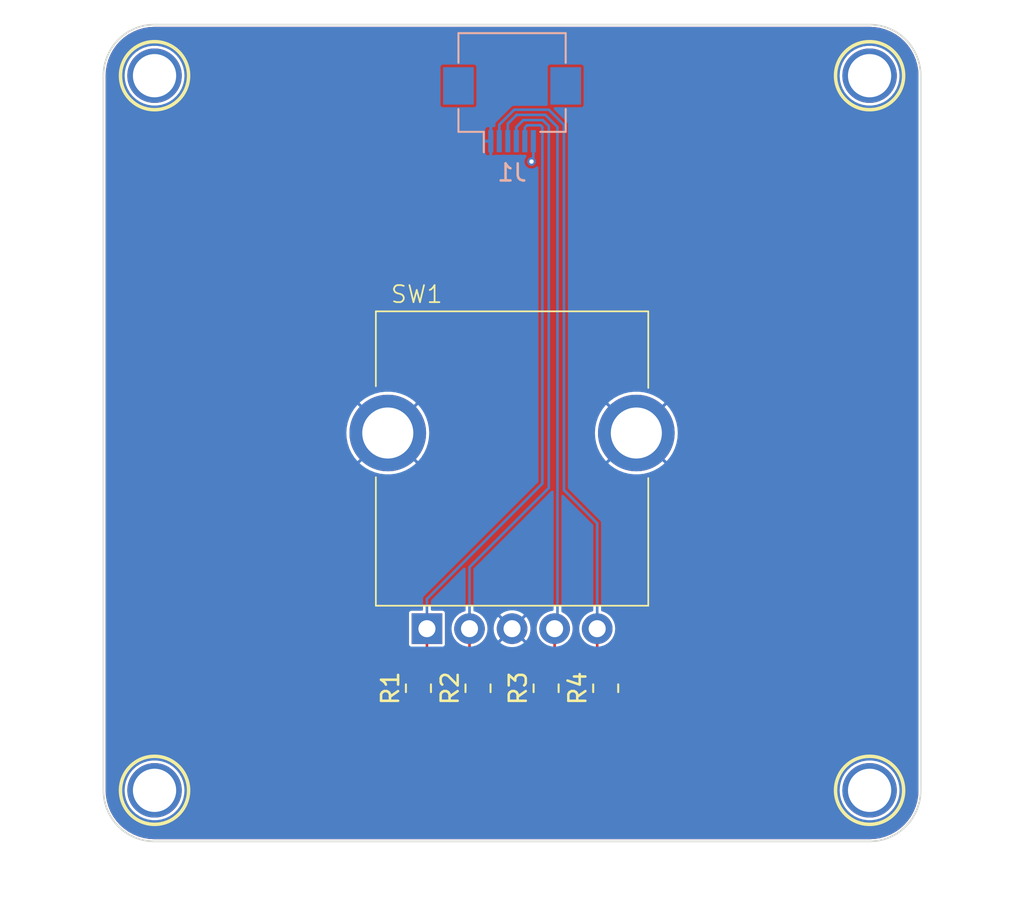
<source format=kicad_pcb>
(kicad_pcb (version 20221018) (generator pcbnew)
  (layers (0 "F.Cu" signal) (31 "B.Cu" signal) (34 "B.Paste" user) (35 "F.Paste" user) (36 "B.SilkS" user "B.Silkscreen") (37 "F.SilkS" user "F.Silkscreen") (38 "B.Mask" user) (39 "F.Mask" user) (44 "Edge.Cuts" user))
  (net 0 "")
  (net 1 "GND")
  (net 2 "+3.3V")
  (net 3 "/ENC_0")
  (net 4 "/ENC_1")
  (net 5 "/ENC_2")
  (net 6 "/ENC_3")
  (footprint "MPP_MountingHole:MountingHole_M2.5" (layer "F.Cu") (at 162 114.1)
    (fp_text reference "H4" hide)
    (fp_text value "MountingHole_Pad_M2.5")
    (fp_circle (center 0 0) (end 2 0) (stroke (width 0.2032)) (fill none) (layer "F.SilkS"))
    (pad "MP" thru_hole circle (at 0 0) (size 3.2 3.2) (drill 2.54) (layers "*.Cu" "*.Mask"))
  )
  (footprint "MPP_Rotary_Encoder:EN16AB-HB" (layer "F.Cu") (at 141 93.1)
    (fp_text reference "SW1" (at -5.6 -8.15 unlocked) (layer "F.SilkS") (effects (font (thickness 0.1))))
    (fp_text value "EN16AB-HB")
    (fp_line (start -8 -7.15) (end 7.85 -7.15) (stroke (width 0.1)) (layer "F.SilkS"))
    (fp_line (start -8 -2.75) (end -8 -7.15) (stroke (width 0.1)) (layer "F.SilkS"))
    (fp_line (start -8 10.15) (end -8 2.6) (stroke (width 0.1)) (layer "F.SilkS"))
    (fp_line (start -7.85 10.15) (end -8 10.15) (stroke (width 0.1)) (layer "F.SilkS"))
    (fp_line (start 7.85 -7.15) (end 8 -7.15) (stroke (width 0.1)) (layer "F.SilkS"))
    (fp_line (start 8 -7.15) (end 8 -2.65) (stroke (width 0.1)) (layer "F.SilkS"))
    (fp_line (start 8 2.65) (end 8 10.15) (stroke (width 0.1)) (layer "F.SilkS"))
    (fp_line (start 8 10.15) (end -7.85 10.15) (stroke (width 0.1)) (layer "F.SilkS"))
    (pad "1" thru_hole rect (at -5 11.5) (size 1.8 1.8) (drill 1) (layers "*.Cu" "*.Mask") (net 3 "/ENC_0"))
    (pad "2" thru_hole circle (at -2.5 11.5) (size 1.8 1.8) (drill 1) (layers "*.Cu" "*.Mask") (net 4 "/ENC_1"))
    (pad "3" thru_hole circle (at 0 11.5) (size 1.8 1.8) (drill 1) (layers "*.Cu" "*.Mask") (net 1 "GND"))
    (pad "4" thru_hole circle (at 2.5 11.5) (size 1.8 1.8) (drill 1) (layers "*.Cu" "*.Mask") (net 5 "/ENC_2"))
    (pad "5" thru_hole circle (at 5 11.5) (size 1.8 1.8) (drill 1) (layers "*.Cu" "*.Mask") (net 6 "/ENC_3"))
    (pad "MP" thru_hole circle (at -7.3 0) (size 4.5 4.5) (drill 3) (layers "*.Cu" "*.Mask") (net 1 "GND"))
    (pad "MP" thru_hole circle (at 7.3 0) (size 4.5 4.5) (drill 3) (layers "*.Cu" "*.Mask") (net 1 "GND"))
  )
  (footprint "Resistor_SMD:R_0805_2012Metric_Pad1.20x1.40mm_HandSolder" (layer "F.Cu") (at 139 108.1 90)
    (fp_text reference "R2" (at 0 -1.65 90) (layer "F.SilkS"))
    (fp_text value "10k")
    (fp_line (start -0.227064 -0.735) (end 0.227064 -0.735) (stroke (width 0.12)) (layer "F.SilkS"))
    (fp_line (start -0.227064 0.735) (end 0.227064 0.735) (stroke (width 0.12)) (layer "F.SilkS"))
    (pad "1" smd roundrect (at -1 0 90) (size 1.2 1.4) (layers "F.Cu" "F.Paste" "F.Mask") (roundrect_rratio 0.2083333333) (net 2 "+3.3V"))
    (pad "2" smd roundrect (at 1 0 90) (size 1.2 1.4) (layers "F.Cu" "F.Paste" "F.Mask") (roundrect_rratio 0.2083333333) (net 4 "/ENC_1"))
  )
  (footprint "Resistor_SMD:R_0805_2012Metric_Pad1.20x1.40mm_HandSolder" (layer "F.Cu") (at 146.5 108.1 90)
    (fp_text reference "R4" (at 0 -1.65 90) (layer "F.SilkS"))
    (fp_text value "10k")
    (fp_line (start -0.227064 -0.735) (end 0.227064 -0.735) (stroke (width 0.12)) (layer "F.SilkS"))
    (fp_line (start -0.227064 0.735) (end 0.227064 0.735) (stroke (width 0.12)) (layer "F.SilkS"))
    (pad "1" smd roundrect (at -1 0 90) (size 1.2 1.4) (layers "F.Cu" "F.Paste" "F.Mask") (roundrect_rratio 0.2083333333) (net 2 "+3.3V"))
    (pad "2" smd roundrect (at 1 0 90) (size 1.2 1.4) (layers "F.Cu" "F.Paste" "F.Mask") (roundrect_rratio 0.2083333333) (net 6 "/ENC_3"))
  )
  (footprint "Resistor_SMD:R_0805_2012Metric_Pad1.20x1.40mm_HandSolder" (layer "F.Cu") (at 135.5 108.1 90)
    (fp_text reference "R1" (at 0 -1.65 90) (layer "F.SilkS"))
    (fp_text value "10k")
    (fp_line (start -0.227064 -0.735) (end 0.227064 -0.735) (stroke (width 0.12)) (layer "F.SilkS"))
    (fp_line (start -0.227064 0.735) (end 0.227064 0.735) (stroke (width 0.12)) (layer "F.SilkS"))
    (pad "1" smd roundrect (at -1 0 90) (size 1.2 1.4) (layers "F.Cu" "F.Paste" "F.Mask") (roundrect_rratio 0.2083333333) (net 2 "+3.3V"))
    (pad "2" smd roundrect (at 1 0 90) (size 1.2 1.4) (layers "F.Cu" "F.Paste" "F.Mask") (roundrect_rratio 0.2083333333) (net 3 "/ENC_0"))
  )
  (footprint "MPP_MountingHole:MountingHole_M2.5" (layer "F.Cu") (at 162 72.1)
    (fp_text reference "H2" hide)
    (fp_text value "MountingHole_Pad_M2.5")
    (fp_circle (center 0 0) (end 2 0) (stroke (width 0.2032)) (fill none) (layer "F.SilkS"))
    (pad "MP" thru_hole circle (at 0 0) (size 3.2 3.2) (drill 2.54) (layers "*.Cu" "*.Mask"))
  )
  (footprint "Resistor_SMD:R_0805_2012Metric_Pad1.20x1.40mm_HandSolder" (layer "F.Cu") (at 143 108.1 90)
    (fp_text reference "R3" (at 0 -1.65 90) (layer "F.SilkS"))
    (fp_text value "10k")
    (fp_line (start -0.227064 -0.735) (end 0.227064 -0.735) (stroke (width 0.12)) (layer "F.SilkS"))
    (fp_line (start -0.227064 0.735) (end 0.227064 0.735) (stroke (width 0.12)) (layer "F.SilkS"))
    (pad "1" smd roundrect (at -1 0 90) (size 1.2 1.4) (layers "F.Cu" "F.Paste" "F.Mask") (roundrect_rratio 0.2083333333) (net 2 "+3.3V"))
    (pad "2" smd roundrect (at 1 0 90) (size 1.2 1.4) (layers "F.Cu" "F.Paste" "F.Mask") (roundrect_rratio 0.2083333333) (net 5 "/ENC_2"))
  )
  (footprint "MPP_MountingHole:MountingHole_M2.5" (layer "F.Cu") (at 120 114.1)
    (fp_text reference "H3" hide)
    (fp_text value "MountingHole_Pad_M2.5")
    (fp_circle (center 0 0) (end 2 0) (stroke (width 0.2032)) (fill none) (layer "F.SilkS"))
    (pad "MP" thru_hole circle (at 0 0) (size 3.2 3.2) (drill 2.54) (layers "*.Cu" "*.Mask"))
  )
  (footprint "MPP_MountingHole:MountingHole_M2.5" (layer "F.Cu") (at 120 72.1)
    (fp_text reference "H1" hide)
    (fp_text value "MountingHole_Pad_M2.5")
    (fp_circle (center 0 0) (end 2 0) (stroke (width 0.2032)) (fill none) (layer "F.SilkS"))
    (pad "MP" thru_hole circle (at 0 0) (size 3.2 3.2) (drill 2.54) (layers "*.Cu" "*.Mask"))
  )
  (footprint "Connector_FFC-FPC:Hirose_FH12-6S-0.5SH_1x06-1MP_P0.50mm_Horizontal" (layer "B.Cu") (at 141 74.1)
    (fp_text reference "J1" (at 0 3.7) (layer "B.SilkS") (effects (justify mirror)))
    (fp_text value "Conn_01x06_Socket")
    (fp_line (start -3.15 -4.5) (end 3.15 -4.5) (stroke (width 0.12)) (layer "B.SilkS"))
    (fp_line (start -3.15 -2.76) (end -3.15 -4.5) (stroke (width 0.12)) (layer "B.SilkS"))
    (fp_line (start -3.15 1.3) (end -3.15 -0.04) (stroke (width 0.12)) (layer "B.SilkS"))
    (fp_line (start -1.66 1.3) (end -3.15 1.3) (stroke (width 0.12)) (layer "B.SilkS"))
    (fp_line (start -1.66 1.3) (end -1.66 2.5) (stroke (width 0.12)) (layer "B.SilkS"))
    (fp_line (start 1.66 1.3) (end 3.15 1.3) (stroke (width 0.12)) (layer "B.SilkS"))
    (fp_line (start 3.15 -4.5) (end 3.15 -2.76) (stroke (width 0.12)) (layer "B.SilkS"))
    (fp_line (start 3.15 1.3) (end 3.15 -0.04) (stroke (width 0.12)) (layer "B.SilkS"))
    (pad "1" smd rect (at -1.25 1.85) (size 0.3 1.3) (layers "B.Cu" "B.Paste" "B.Mask") (net 1 "GND"))
    (pad "2" smd rect (at -0.75 1.85) (size 0.3 1.3) (layers "B.Cu" "B.Paste" "B.Mask") (net 6 "/ENC_3"))
    (pad "3" smd rect (at -0.25 1.85) (size 0.3 1.3) (layers "B.Cu" "B.Paste" "B.Mask") (net 5 "/ENC_2"))
    (pad "4" smd rect (at 0.25 1.85) (size 0.3 1.3) (layers "B.Cu" "B.Paste" "B.Mask") (net 4 "/ENC_1"))
    (pad "5" smd rect (at 0.75 1.85) (size 0.3 1.3) (layers "B.Cu" "B.Paste" "B.Mask") (net 3 "/ENC_0"))
    (pad "6" smd rect (at 1.25 1.85) (size 0.3 1.3) (layers "B.Cu" "B.Paste" "B.Mask") (net 2 "+3.3V"))
    (pad "MP" smd rect (at -3.15 -1.4) (size 1.8 2.2) (layers "B.Cu" "B.Paste" "B.Mask"))
    (pad "MP" smd rect (at 3.15 -1.4) (size 1.8 2.2) (layers "B.Cu" "B.Paste" "B.Mask"))
  )
  (gr_arc (start 165 114.1) (mid 164.12132 116.22132) (end 162 117.1) (stroke (width 0.1)) (layer "Edge.Cuts"))
  (gr_line (start 165 72.1) (end 165 114.1) (stroke (width 0.1)) (layer "Edge.Cuts"))
  (gr_arc (start 117 72.1) (mid 117.87868 69.97868) (end 120 69.1) (stroke (width 0.1)) (layer "Edge.Cuts"))
  (gr_arc (start 162 69.1) (mid 164.12132 69.97868) (end 165 72.1) (stroke (width 0.1)) (layer "Edge.Cuts"))
  (gr_line (start 117 114.1) (end 117 72.1) (stroke (width 0.1)) (layer "Edge.Cuts"))
  (gr_line (start 120 69.1) (end 162 69.1) (stroke (width 0.1)) (layer "Edge.Cuts"))
  (gr_arc (start 120 117.1) (mid 117.87868 116.22132) (end 117 114.1) (stroke (width 0.1)) (layer "Edge.Cuts"))
  (gr_line (start 162 117.1) (end 120 117.1) (stroke (width 0.1)) (layer "Edge.Cuts"))
  (via (at 142.143 77.148) (size 0.508) (drill 0.254) (layers "F.Cu" "B.Cu") (net 2))
  (segment (start 142.25 77.041) (end 142.143 77.148) (width 0.1524) (layer "B.Cu") (net 2))
  (segment (start 142.25 75.95) (end 142.25 77.041) (width 0.1524) (layer "B.Cu") (net 2))
  (segment (start 135.5 107.1) (end 136 106.6) (width 0.1524) (layer "F.Cu") (net 3))
  (segment (start 136 106.6) (end 136 104.6) (width 0.1524) (layer "F.Cu") (net 3))
  (segment (start 142.778 96.071) (end 136 102.849) (width 0.1524) (layer "B.Cu") (net 3))
  (segment (start 141.8832 75.0144) (end 142.6764 75.0144) (width 0.1524) (layer "B.Cu") (net 3))
  (segment (start 136 102.849) (end 136 104.6) (width 0.1524) (layer "B.Cu") (net 3))
  (segment (start 141.75 75.95) (end 141.75 75.1476) (width 0.1524) (layer "B.Cu") (net 3))
  (segment (start 142.778 75.116) (end 142.778 96.071) (width 0.1524) (layer "B.Cu") (net 3))
  (segment (start 142.6764 75.0144) (end 142.778 75.116) (width 0.1524) (layer "B.Cu") (net 3))
  (segment (start 141.75 75.1476) (end 141.8832 75.0144) (width 0.1524) (layer "B.Cu") (net 3))
  (segment (start 138.5 106.6) (end 138.5 104.6) (width 0.1524) (layer "F.Cu") (net 4))
  (segment (start 139 107.1) (end 138.5 106.6) (width 0.1524) (layer "F.Cu") (net 4))
  (segment (start 143.159 75.065948) (end 143.159 96.325) (width 0.1524) (layer "B.Cu") (net 4))
  (segment (start 141.25 75.95) (end 141.25 75.124) (width 0.1524) (layer "B.Cu") (net 4))
  (segment (start 141.25 75.124) (end 141.6644 74.7096) (width 0.1524) (layer "B.Cu") (net 4))
  (segment (start 138.5 100.984) (end 138.5 104.6) (width 0.1524) (layer "B.Cu") (net 4))
  (segment (start 141.6644 74.7096) (end 142.802652 74.7096) (width 0.1524) (layer "B.Cu") (net 4))
  (segment (start 143.159 96.325) (end 138.5 100.984) (width 0.1524) (layer "B.Cu") (net 4))
  (segment (start 142.802652 74.7096) (end 143.159 75.065948) (width 0.1524) (layer "B.Cu") (net 4))
  (segment (start 143 107.1) (end 143.5 106.6) (width 0.1524) (layer "F.Cu") (net 5))
  (segment (start 143.5 106.6) (end 143.5 104.6) (width 0.1524) (layer "F.Cu") (net 5))
  (segment (start 143.667 75.116) (end 143.667 104.433) (width 0.1524) (layer "B.Cu") (net 5))
  (segment (start 140.75 75.95) (end 140.75 74.9215) (width 0.1524) (layer "B.Cu") (net 5))
  (segment (start 141.2667 74.4048) (end 142.9558 74.4048) (width 0.1524) (layer "B.Cu") (net 5))
  (segment (start 142.9558 74.4048) (end 143.667 75.116) (width 0.1524) (layer "B.Cu") (net 5))
  (segment (start 140.75 74.9215) (end 141.2667 74.4048) (width 0.1524) (layer "B.Cu") (net 5))
  (segment (start 143.667 104.433) (end 143.5 104.6) (width 0.1524) (layer "B.Cu") (net 5))
  (segment (start 146.5 107.1) (end 146 106.6) (width 0.1524) (layer "F.Cu") (net 6))
  (segment (start 146 106.6) (end 146 104.6) (width 0.1524) (layer "F.Cu") (net 6))
  (segment (start 146 98.404) (end 146 104.6) (width 0.1524) (layer "B.Cu") (net 6))
  (segment (start 143.159 74.1) (end 144.048 74.989) (width 0.1524) (layer "B.Cu") (net 6))
  (segment (start 141.127 74.1) (end 143.159 74.1) (width 0.1524) (layer "B.Cu") (net 6))
  (segment (start 144.048 96.452) (end 146 98.404) (width 0.1524) (layer "B.Cu") (net 6))
  (segment (start 140.25 74.977) (end 141.127 74.1) (width 0.1524) (layer "B.Cu") (net 6))
  (segment (start 140.25 75.95) (end 140.25 74.977) (width 0.1524) (layer "B.Cu") (net 6))
  (segment (start 144.048 74.989) (end 144.048 96.452) (width 0.1524) (layer "B.Cu") (net 6))
  (zone (net 2) (net_name "+3.3V") (layer "F.Cu") (connect_pads (clearance 0.5)) (min_thickness 0.25) (fill yes (thermal_gap 0.5) (thermal_bridge_width 0.5))
    (polygon (pts (xy 117 69.1) (xy 165 69.1) (xy 165 117.1) (xy 117 117.1)))
  )
  (zone (net 1) (net_name "GND") (layer "B.Cu") (priority 1) (connect_pads (clearance 0.1524)) (min_thickness 0.1524) (fill yes (thermal_gap 0.1778) (thermal_bridge_width 0.1778))
    (polygon (pts (xy 117 69.1) (xy 165 69.1) (xy 165 117.1) (xy 117 117.1)))
  )
)
</source>
